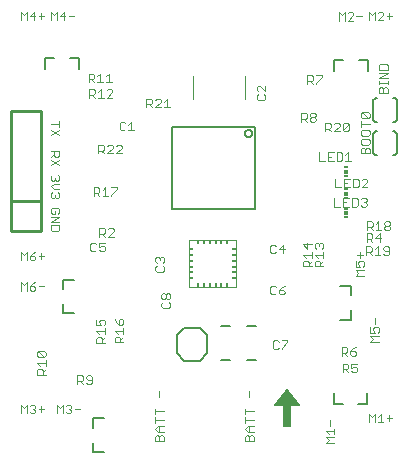
<source format=gto>
G75*
%MOIN*%
%OFA0B0*%
%FSLAX24Y24*%
%IPPOS*%
%LPD*%
%AMOC8*
5,1,8,0,0,1.08239X$1,22.5*
%
%ADD10C,0.0030*%
%ADD11C,0.0060*%
%ADD12C,0.0050*%
%ADD13R,0.0118X0.0059*%
%ADD14R,0.0118X0.0118*%
%ADD15C,0.0040*%
%ADD16C,0.0039*%
%ADD17R,0.0098X0.0157*%
%ADD18R,0.0157X0.0098*%
%ADD19C,0.0100*%
%ADD20C,0.0080*%
D10*
X000671Y001878D02*
X000671Y002169D01*
X000768Y002072D01*
X000865Y002169D01*
X000865Y001878D01*
X000966Y001927D02*
X001014Y001878D01*
X001111Y001878D01*
X001159Y001927D01*
X001159Y001975D01*
X001111Y002024D01*
X001063Y002024D01*
X001111Y002024D02*
X001159Y002072D01*
X001159Y002120D01*
X001111Y002169D01*
X001014Y002169D01*
X000966Y002120D01*
X001261Y002024D02*
X001454Y002024D01*
X001357Y002120D02*
X001357Y001927D01*
X001871Y001878D02*
X001871Y002169D01*
X001968Y002072D01*
X002065Y002169D01*
X002065Y001878D01*
X002166Y001927D02*
X002214Y001878D01*
X002311Y001878D01*
X002359Y001927D01*
X002359Y001975D01*
X002311Y002024D01*
X002263Y002024D01*
X002311Y002024D02*
X002359Y002072D01*
X002359Y002120D01*
X002311Y002169D01*
X002214Y002169D01*
X002166Y002120D01*
X002461Y002024D02*
X002654Y002024D01*
X002746Y002857D02*
X002649Y002954D01*
X002697Y002954D02*
X002552Y002954D01*
X002552Y002857D02*
X002552Y003148D01*
X002697Y003148D01*
X002746Y003099D01*
X002746Y003002D01*
X002697Y002954D01*
X002847Y002906D02*
X002895Y002857D01*
X002992Y002857D01*
X003040Y002906D01*
X003040Y003099D01*
X002992Y003148D01*
X002895Y003148D01*
X002847Y003099D01*
X002847Y003051D01*
X002895Y003002D01*
X003040Y003002D01*
X003189Y004225D02*
X003189Y004370D01*
X003238Y004418D01*
X003334Y004418D01*
X003383Y004370D01*
X003383Y004225D01*
X003383Y004321D02*
X003480Y004418D01*
X003480Y004519D02*
X003480Y004713D01*
X003480Y004616D02*
X003189Y004616D01*
X003286Y004519D01*
X003334Y004814D02*
X003189Y004814D01*
X003189Y005007D01*
X003286Y004959D02*
X003334Y005007D01*
X003431Y005007D01*
X003480Y004959D01*
X003480Y004862D01*
X003431Y004814D01*
X003334Y004814D02*
X003286Y004911D01*
X003286Y004959D01*
X003796Y005028D02*
X003845Y004931D01*
X003941Y004834D01*
X003941Y004979D01*
X003990Y005028D01*
X004038Y005028D01*
X004086Y004979D01*
X004086Y004883D01*
X004038Y004834D01*
X003941Y004834D01*
X004086Y004733D02*
X004086Y004539D01*
X004086Y004636D02*
X003796Y004636D01*
X003893Y004539D01*
X003845Y004438D02*
X003941Y004438D01*
X003990Y004390D01*
X003990Y004245D01*
X004086Y004245D02*
X003796Y004245D01*
X003796Y004390D01*
X003845Y004438D01*
X003990Y004342D02*
X004086Y004438D01*
X003480Y004225D02*
X003189Y004225D01*
X001498Y003910D02*
X001498Y003813D01*
X001450Y003765D01*
X001256Y003958D01*
X001450Y003958D01*
X001498Y003910D01*
X001450Y003765D02*
X001256Y003765D01*
X001208Y003813D01*
X001208Y003910D01*
X001256Y003958D01*
X001498Y003664D02*
X001498Y003470D01*
X001498Y003567D02*
X001208Y003567D01*
X001305Y003470D01*
X001353Y003369D02*
X001401Y003321D01*
X001401Y003176D01*
X001401Y003272D02*
X001498Y003369D01*
X001498Y003176D02*
X001208Y003176D01*
X001208Y003321D01*
X001256Y003369D01*
X001353Y003369D01*
X001111Y005977D02*
X001014Y005977D01*
X000966Y006026D01*
X000966Y006122D01*
X001111Y006122D01*
X001159Y006074D01*
X001159Y006026D01*
X001111Y005977D01*
X000966Y006122D02*
X001063Y006219D01*
X001159Y006268D01*
X001261Y006122D02*
X001454Y006122D01*
X000865Y006268D02*
X000865Y005977D01*
X000768Y006171D02*
X000865Y006268D01*
X000768Y006171D02*
X000671Y006268D01*
X000671Y005977D01*
X000671Y006983D02*
X000671Y007273D01*
X000768Y007176D01*
X000865Y007273D01*
X000865Y006983D01*
X000966Y007031D02*
X000966Y007128D01*
X001111Y007128D01*
X001159Y007079D01*
X001159Y007031D01*
X001111Y006983D01*
X001014Y006983D01*
X000966Y007031D01*
X000966Y007128D02*
X001063Y007225D01*
X001159Y007273D01*
X001261Y007128D02*
X001454Y007128D01*
X001357Y007225D02*
X001357Y007031D01*
X001713Y007952D02*
X001907Y007952D01*
X001955Y008001D01*
X001955Y008146D01*
X001665Y008146D01*
X001665Y008001D01*
X001713Y007952D01*
X001665Y008247D02*
X001955Y008247D01*
X001955Y008440D02*
X001665Y008247D01*
X001665Y008440D02*
X001955Y008440D01*
X001907Y008542D02*
X001955Y008590D01*
X001955Y008687D01*
X001907Y008735D01*
X001713Y008735D01*
X001665Y008687D01*
X001665Y008590D01*
X001713Y008542D01*
X001810Y008542D01*
X001810Y008638D01*
X001762Y009052D02*
X001713Y009052D01*
X001665Y009101D01*
X001665Y009197D01*
X001713Y009246D01*
X001762Y009347D02*
X001955Y009347D01*
X001907Y009246D02*
X001955Y009197D01*
X001955Y009101D01*
X001907Y009052D01*
X001858Y009052D01*
X001810Y009101D01*
X001762Y009052D01*
X001810Y009101D02*
X001810Y009149D01*
X001762Y009347D02*
X001665Y009444D01*
X001762Y009540D01*
X001955Y009540D01*
X001907Y009642D02*
X001858Y009642D01*
X001810Y009690D01*
X001762Y009642D01*
X001713Y009642D01*
X001665Y009690D01*
X001665Y009787D01*
X001713Y009835D01*
X001810Y009738D02*
X001810Y009690D01*
X001907Y009642D02*
X001955Y009690D01*
X001955Y009787D01*
X001907Y009835D01*
X001955Y010147D02*
X001665Y010340D01*
X001665Y010442D02*
X001762Y010538D01*
X001762Y010490D02*
X001762Y010635D01*
X001665Y010635D02*
X001955Y010635D01*
X001955Y010490D01*
X001907Y010442D01*
X001810Y010442D01*
X001762Y010490D01*
X001955Y010340D02*
X001665Y010147D01*
X001665Y011147D02*
X001955Y011340D01*
X001955Y011442D02*
X001955Y011635D01*
X001955Y011538D02*
X001665Y011538D01*
X001665Y011340D02*
X001955Y011147D01*
X002944Y012402D02*
X002944Y012693D01*
X003089Y012693D01*
X003137Y012644D01*
X003137Y012548D01*
X003089Y012499D01*
X002944Y012499D01*
X003040Y012499D02*
X003137Y012402D01*
X003238Y012402D02*
X003432Y012402D01*
X003335Y012402D02*
X003335Y012693D01*
X003238Y012596D01*
X003222Y012919D02*
X003416Y012919D01*
X003319Y012919D02*
X003319Y013209D01*
X003222Y013112D01*
X003121Y013064D02*
X003073Y013015D01*
X002928Y013015D01*
X003024Y013015D02*
X003121Y012919D01*
X003121Y013064D02*
X003121Y013160D01*
X003073Y013209D01*
X002928Y013209D01*
X002928Y012919D01*
X003517Y012919D02*
X003710Y012919D01*
X003614Y012919D02*
X003614Y013209D01*
X003517Y013112D01*
X003581Y012693D02*
X003533Y012644D01*
X003581Y012693D02*
X003678Y012693D01*
X003726Y012644D01*
X003726Y012596D01*
X003533Y012402D01*
X003726Y012402D01*
X004011Y011603D02*
X003963Y011554D01*
X003963Y011361D01*
X004011Y011312D01*
X004108Y011312D01*
X004156Y011361D01*
X004257Y011312D02*
X004451Y011312D01*
X004354Y011312D02*
X004354Y011603D01*
X004257Y011506D01*
X004156Y011554D02*
X004108Y011603D01*
X004011Y011603D01*
X003991Y010835D02*
X003894Y010835D01*
X003846Y010786D01*
X003745Y010786D02*
X003745Y010738D01*
X003551Y010545D01*
X003745Y010545D01*
X003846Y010545D02*
X004040Y010738D01*
X004040Y010786D01*
X003991Y010835D01*
X003745Y010786D02*
X003697Y010835D01*
X003600Y010835D01*
X003551Y010786D01*
X003450Y010786D02*
X003450Y010690D01*
X003402Y010641D01*
X003257Y010641D01*
X003257Y010545D02*
X003257Y010835D01*
X003402Y010835D01*
X003450Y010786D01*
X003353Y010641D02*
X003450Y010545D01*
X003846Y010545D02*
X004040Y010545D01*
X003882Y009418D02*
X003688Y009418D01*
X003882Y009418D02*
X003882Y009370D01*
X003688Y009176D01*
X003688Y009128D01*
X003587Y009128D02*
X003393Y009128D01*
X003490Y009128D02*
X003490Y009418D01*
X003393Y009321D01*
X003292Y009273D02*
X003292Y009370D01*
X003244Y009418D01*
X003099Y009418D01*
X003099Y009128D01*
X003099Y009224D02*
X003244Y009224D01*
X003292Y009273D01*
X003196Y009224D02*
X003292Y009128D01*
X003283Y008065D02*
X003428Y008065D01*
X003476Y008017D01*
X003476Y007920D01*
X003428Y007872D01*
X003283Y007872D01*
X003379Y007872D02*
X003476Y007775D01*
X003577Y007775D02*
X003771Y007969D01*
X003771Y008017D01*
X003722Y008065D01*
X003626Y008065D01*
X003577Y008017D01*
X003577Y007775D02*
X003771Y007775D01*
X003476Y007571D02*
X003282Y007571D01*
X003282Y007426D01*
X003379Y007474D01*
X003427Y007474D01*
X003476Y007426D01*
X003476Y007329D01*
X003427Y007281D01*
X003331Y007281D01*
X003282Y007329D01*
X003181Y007329D02*
X003133Y007281D01*
X003036Y007281D01*
X002988Y007329D01*
X002988Y007523D01*
X003036Y007571D01*
X003133Y007571D01*
X003181Y007523D01*
X003283Y007775D02*
X003283Y008065D01*
X005155Y007049D02*
X005204Y007097D01*
X005252Y007097D01*
X005300Y007049D01*
X005349Y007097D01*
X005397Y007097D01*
X005445Y007049D01*
X005445Y006952D01*
X005397Y006904D01*
X005397Y006803D02*
X005445Y006754D01*
X005445Y006657D01*
X005397Y006609D01*
X005204Y006609D01*
X005155Y006657D01*
X005155Y006754D01*
X005204Y006803D01*
X005204Y006904D02*
X005155Y006952D01*
X005155Y007049D01*
X005300Y007049D02*
X005300Y007000D01*
X005402Y005885D02*
X005450Y005885D01*
X005499Y005836D01*
X005499Y005740D01*
X005450Y005691D01*
X005402Y005691D01*
X005353Y005740D01*
X005353Y005836D01*
X005402Y005885D01*
X005499Y005836D02*
X005547Y005885D01*
X005595Y005885D01*
X005644Y005836D01*
X005644Y005740D01*
X005595Y005691D01*
X005547Y005691D01*
X005499Y005740D01*
X005595Y005590D02*
X005644Y005542D01*
X005644Y005445D01*
X005595Y005396D01*
X005402Y005396D01*
X005353Y005445D01*
X005353Y005542D01*
X005402Y005590D01*
X005290Y002632D02*
X005290Y002438D01*
X005145Y002042D02*
X005145Y001849D01*
X005145Y001946D02*
X005435Y001946D01*
X005435Y001651D02*
X005145Y001651D01*
X005145Y001554D02*
X005145Y001748D01*
X005242Y001453D02*
X005435Y001453D01*
X005290Y001453D02*
X005290Y001260D01*
X005242Y001260D02*
X005145Y001356D01*
X005242Y001453D01*
X005242Y001260D02*
X005435Y001260D01*
X005387Y001158D02*
X005435Y001110D01*
X005435Y000965D01*
X005145Y000965D01*
X005145Y001110D01*
X005193Y001158D01*
X005242Y001158D01*
X005290Y001110D01*
X005290Y000965D01*
X005290Y001110D02*
X005338Y001158D01*
X005387Y001158D01*
X008145Y001110D02*
X008193Y001158D01*
X008242Y001158D01*
X008290Y001110D01*
X008290Y000965D01*
X008435Y000965D02*
X008435Y001110D01*
X008387Y001158D01*
X008338Y001158D01*
X008290Y001110D01*
X008290Y001260D02*
X008290Y001453D01*
X008242Y001453D02*
X008435Y001453D01*
X008435Y001651D02*
X008145Y001651D01*
X008145Y001554D02*
X008145Y001748D01*
X008145Y001849D02*
X008145Y002042D01*
X008145Y001946D02*
X008435Y001946D01*
X008290Y002438D02*
X008290Y002632D01*
X008242Y001453D02*
X008145Y001356D01*
X008242Y001260D01*
X008435Y001260D01*
X008435Y000965D02*
X008145Y000965D01*
X008145Y001110D01*
X009116Y004025D02*
X009068Y004074D01*
X009068Y004267D01*
X009116Y004315D01*
X009213Y004315D01*
X009261Y004267D01*
X009362Y004315D02*
X009556Y004315D01*
X009556Y004267D01*
X009362Y004074D01*
X009362Y004025D01*
X009261Y004074D02*
X009213Y004025D01*
X009116Y004025D01*
X009128Y005844D02*
X009032Y005844D01*
X008983Y005892D01*
X008983Y006086D01*
X009032Y006134D01*
X009128Y006134D01*
X009177Y006086D01*
X009278Y005989D02*
X009278Y005892D01*
X009326Y005844D01*
X009423Y005844D01*
X009471Y005892D01*
X009471Y005941D01*
X009423Y005989D01*
X009278Y005989D01*
X009375Y006086D01*
X009471Y006134D01*
X009177Y005892D02*
X009128Y005844D01*
X010075Y006780D02*
X010075Y006926D01*
X010123Y006974D01*
X010220Y006974D01*
X010268Y006926D01*
X010268Y006780D01*
X010365Y006780D02*
X010075Y006780D01*
X010268Y006877D02*
X010365Y006974D01*
X010365Y007075D02*
X010365Y007269D01*
X010365Y007172D02*
X010075Y007172D01*
X010172Y007075D01*
X010220Y007370D02*
X010220Y007563D01*
X010075Y007515D02*
X010220Y007370D01*
X010365Y007515D02*
X010075Y007515D01*
X010465Y007512D02*
X010514Y007561D01*
X010562Y007561D01*
X010610Y007512D01*
X010659Y007561D01*
X010707Y007561D01*
X010755Y007512D01*
X010755Y007416D01*
X010707Y007367D01*
X010755Y007266D02*
X010755Y007073D01*
X010755Y007169D02*
X010465Y007169D01*
X010562Y007073D01*
X010514Y006971D02*
X010610Y006971D01*
X010659Y006923D01*
X010659Y006778D01*
X010755Y006778D02*
X010465Y006778D01*
X010465Y006923D01*
X010514Y006971D01*
X010659Y006875D02*
X010755Y006971D01*
X010514Y007367D02*
X010465Y007416D01*
X010465Y007512D01*
X010610Y007512D02*
X010610Y007464D01*
X011116Y008775D02*
X011309Y008775D01*
X011410Y008775D02*
X011604Y008775D01*
X011705Y008775D02*
X011850Y008775D01*
X011898Y008824D01*
X011898Y009017D01*
X011850Y009065D01*
X011705Y009065D01*
X011705Y008775D01*
X011507Y008920D02*
X011410Y008920D01*
X011410Y009065D02*
X011410Y008775D01*
X011410Y009065D02*
X011604Y009065D01*
X011637Y009413D02*
X011443Y009413D01*
X011443Y009704D01*
X011637Y009704D01*
X011738Y009704D02*
X011883Y009704D01*
X011932Y009655D01*
X011932Y009462D01*
X011883Y009413D01*
X011738Y009413D01*
X011738Y009704D01*
X011540Y009558D02*
X011443Y009558D01*
X011342Y009413D02*
X011149Y009413D01*
X011149Y009704D01*
X011195Y010295D02*
X011340Y010295D01*
X011388Y010344D01*
X011388Y010537D01*
X011340Y010586D01*
X011195Y010586D01*
X011195Y010295D01*
X011094Y010295D02*
X010900Y010295D01*
X010900Y010586D01*
X011094Y010586D01*
X010997Y010440D02*
X010900Y010440D01*
X010799Y010295D02*
X010606Y010295D01*
X010606Y010586D01*
X010811Y011278D02*
X010811Y011568D01*
X010956Y011568D01*
X011004Y011519D01*
X011004Y011423D01*
X010956Y011374D01*
X010811Y011374D01*
X010908Y011374D02*
X011004Y011278D01*
X011106Y011278D02*
X011299Y011471D01*
X011299Y011519D01*
X011251Y011568D01*
X011154Y011568D01*
X011106Y011519D01*
X011106Y011278D02*
X011299Y011278D01*
X011400Y011326D02*
X011594Y011519D01*
X011594Y011326D01*
X011545Y011278D01*
X011449Y011278D01*
X011400Y011326D01*
X011400Y011519D01*
X011449Y011568D01*
X011545Y011568D01*
X011594Y011519D01*
X012005Y011529D02*
X012296Y011529D01*
X012247Y011331D02*
X012054Y011331D01*
X012005Y011283D01*
X012005Y011186D01*
X012054Y011138D01*
X012247Y011138D01*
X012296Y011186D01*
X012296Y011283D01*
X012247Y011331D01*
X012005Y011432D02*
X012005Y011626D01*
X012054Y011727D02*
X012005Y011775D01*
X012005Y011872D01*
X012054Y011921D01*
X012247Y011727D01*
X012296Y011775D01*
X012296Y011872D01*
X012247Y011921D01*
X012054Y011921D01*
X012054Y011727D02*
X012247Y011727D01*
X012247Y011037D02*
X012054Y011037D01*
X012005Y010988D01*
X012005Y010891D01*
X012054Y010843D01*
X012247Y010843D01*
X012296Y010891D01*
X012296Y010988D01*
X012247Y011037D01*
X012247Y010742D02*
X012199Y010742D01*
X012151Y010694D01*
X012151Y010548D01*
X012296Y010548D02*
X012296Y010694D01*
X012247Y010742D01*
X012151Y010694D02*
X012102Y010742D01*
X012054Y010742D01*
X012005Y010694D01*
X012005Y010548D01*
X012296Y010548D01*
X011683Y010295D02*
X011490Y010295D01*
X011586Y010295D02*
X011586Y010586D01*
X011490Y010489D01*
X012081Y009704D02*
X012033Y009655D01*
X012081Y009704D02*
X012178Y009704D01*
X012226Y009655D01*
X012226Y009607D01*
X012033Y009413D01*
X012226Y009413D01*
X012145Y009065D02*
X012048Y009065D01*
X012000Y009017D01*
X012096Y008920D02*
X012145Y008920D01*
X012193Y008872D01*
X012193Y008824D01*
X012145Y008775D01*
X012048Y008775D01*
X012000Y008824D01*
X012145Y008920D02*
X012193Y008969D01*
X012193Y009017D01*
X012145Y009065D01*
X012200Y008283D02*
X012345Y008283D01*
X012394Y008234D01*
X012394Y008138D01*
X012345Y008089D01*
X012200Y008089D01*
X012200Y007993D02*
X012200Y008283D01*
X012297Y008089D02*
X012394Y007993D01*
X012495Y007993D02*
X012688Y007993D01*
X012591Y007993D02*
X012591Y008283D01*
X012495Y008186D01*
X012789Y008186D02*
X012838Y008138D01*
X012934Y008138D01*
X012983Y008089D01*
X012983Y008041D01*
X012934Y007993D01*
X012838Y007993D01*
X012789Y008041D01*
X012789Y008089D01*
X012838Y008138D01*
X012789Y008186D02*
X012789Y008234D01*
X012838Y008283D01*
X012934Y008283D01*
X012983Y008234D01*
X012983Y008186D01*
X012934Y008138D01*
X012636Y007881D02*
X012491Y007736D01*
X012684Y007736D01*
X012636Y007591D02*
X012636Y007881D01*
X012390Y007833D02*
X012390Y007736D01*
X012341Y007688D01*
X012196Y007688D01*
X012293Y007688D02*
X012390Y007591D01*
X012313Y007445D02*
X012362Y007396D01*
X012362Y007300D01*
X012313Y007251D01*
X012168Y007251D01*
X012168Y007155D02*
X012168Y007445D01*
X012313Y007445D01*
X012463Y007348D02*
X012560Y007445D01*
X012560Y007155D01*
X012656Y007155D02*
X012463Y007155D01*
X012362Y007155D02*
X012265Y007251D01*
X012070Y007157D02*
X011877Y007157D01*
X011973Y007061D02*
X011973Y007254D01*
X011973Y006959D02*
X011925Y006911D01*
X011925Y006863D01*
X011973Y006766D01*
X011828Y006766D01*
X011828Y006959D01*
X011973Y006959D02*
X012070Y006959D01*
X012118Y006911D01*
X012118Y006814D01*
X012070Y006766D01*
X012118Y006665D02*
X011828Y006665D01*
X011925Y006568D01*
X011828Y006471D01*
X012118Y006471D01*
X012806Y007155D02*
X012758Y007203D01*
X012806Y007155D02*
X012903Y007155D01*
X012951Y007203D01*
X012951Y007396D01*
X012903Y007445D01*
X012806Y007445D01*
X012758Y007396D01*
X012758Y007348D01*
X012806Y007300D01*
X012951Y007300D01*
X012390Y007833D02*
X012341Y007881D01*
X012196Y007881D01*
X012196Y007591D01*
X011116Y008775D02*
X011116Y009065D01*
X009421Y007502D02*
X009421Y007211D01*
X009469Y007356D02*
X009276Y007356D01*
X009421Y007502D01*
X009175Y007453D02*
X009126Y007502D01*
X009029Y007502D01*
X008981Y007453D01*
X008981Y007260D01*
X009029Y007211D01*
X009126Y007211D01*
X009175Y007260D01*
X011360Y004094D02*
X011505Y004094D01*
X011554Y004045D01*
X011554Y003949D01*
X011505Y003900D01*
X011360Y003900D01*
X011360Y003804D02*
X011360Y004094D01*
X011457Y003900D02*
X011554Y003804D01*
X011655Y003852D02*
X011703Y003804D01*
X011800Y003804D01*
X011848Y003852D01*
X011848Y003900D01*
X011800Y003949D01*
X011655Y003949D01*
X011655Y003852D01*
X011655Y003949D02*
X011752Y004045D01*
X011848Y004094D01*
X012325Y004271D02*
X012422Y004368D01*
X012325Y004465D01*
X012615Y004465D01*
X012567Y004566D02*
X012615Y004614D01*
X012615Y004711D01*
X012567Y004759D01*
X012470Y004759D01*
X012422Y004711D01*
X012422Y004663D01*
X012470Y004566D01*
X012325Y004566D01*
X012325Y004759D01*
X012470Y004861D02*
X012470Y005054D01*
X012615Y004271D02*
X012325Y004271D01*
X011882Y003540D02*
X011688Y003540D01*
X011688Y003395D01*
X011785Y003443D01*
X011833Y003443D01*
X011882Y003395D01*
X011882Y003298D01*
X011833Y003250D01*
X011737Y003250D01*
X011688Y003298D01*
X011587Y003250D02*
X011490Y003346D01*
X011539Y003346D02*
X011393Y003346D01*
X011393Y003250D02*
X011393Y003540D01*
X011539Y003540D01*
X011587Y003491D01*
X011587Y003395D01*
X011539Y003346D01*
X012271Y001869D02*
X012367Y001772D01*
X012464Y001869D01*
X012464Y001578D01*
X012565Y001578D02*
X012759Y001578D01*
X012662Y001578D02*
X012662Y001869D01*
X012565Y001772D01*
X012860Y001724D02*
X013053Y001724D01*
X012957Y001820D02*
X012957Y001627D01*
X012271Y001578D02*
X012271Y001869D01*
X011122Y001375D02*
X011122Y001182D01*
X011122Y001278D02*
X010831Y001278D01*
X010928Y001182D01*
X010831Y001081D02*
X011122Y001081D01*
X011122Y000887D02*
X010831Y000887D01*
X010928Y000984D01*
X010831Y001081D01*
X010976Y001476D02*
X010976Y001670D01*
X010454Y011607D02*
X010357Y011607D01*
X010309Y011655D01*
X010309Y011703D01*
X010357Y011752D01*
X010454Y011752D01*
X010503Y011703D01*
X010503Y011655D01*
X010454Y011607D01*
X010454Y011752D02*
X010503Y011800D01*
X010503Y011849D01*
X010454Y011897D01*
X010357Y011897D01*
X010309Y011849D01*
X010309Y011800D01*
X010357Y011752D01*
X010208Y011752D02*
X010160Y011703D01*
X010014Y011703D01*
X010014Y011607D02*
X010014Y011897D01*
X010160Y011897D01*
X010208Y011849D01*
X010208Y011752D01*
X010111Y011703D02*
X010208Y011607D01*
X010223Y012862D02*
X010223Y013152D01*
X010368Y013152D01*
X010417Y013103D01*
X010417Y013007D01*
X010368Y012958D01*
X010223Y012958D01*
X010320Y012958D02*
X010417Y012862D01*
X010518Y012862D02*
X010518Y012910D01*
X010711Y013103D01*
X010711Y013152D01*
X010518Y013152D01*
X011267Y014975D02*
X011267Y015266D01*
X011363Y015169D01*
X011460Y015266D01*
X011460Y014975D01*
X011561Y014975D02*
X011755Y015169D01*
X011755Y015217D01*
X011706Y015266D01*
X011610Y015266D01*
X011561Y015217D01*
X011561Y014975D02*
X011755Y014975D01*
X011856Y015120D02*
X012049Y015120D01*
X012271Y014979D02*
X012271Y015270D01*
X012368Y015173D01*
X012465Y015270D01*
X012465Y014979D01*
X012566Y014979D02*
X012759Y015173D01*
X012759Y015221D01*
X012711Y015270D01*
X012614Y015270D01*
X012566Y015221D01*
X012566Y014979D02*
X012759Y014979D01*
X012861Y015125D02*
X013054Y015125D01*
X012957Y015221D02*
X012957Y015028D01*
X012847Y013534D02*
X012654Y013534D01*
X012605Y013486D01*
X012605Y013341D01*
X012896Y013341D01*
X012896Y013486D01*
X012847Y013534D01*
X012896Y013239D02*
X012605Y013239D01*
X012605Y013046D02*
X012896Y013239D01*
X012896Y013046D02*
X012605Y013046D01*
X012605Y012946D02*
X012605Y012849D01*
X012605Y012898D02*
X012896Y012898D01*
X012896Y012946D02*
X012896Y012849D01*
X012847Y012748D02*
X012896Y012700D01*
X012896Y012555D01*
X012605Y012555D01*
X012605Y012700D01*
X012654Y012748D01*
X012702Y012748D01*
X012751Y012700D01*
X012751Y012555D01*
X012751Y012700D02*
X012799Y012748D01*
X012847Y012748D01*
X008821Y012809D02*
X008821Y012616D01*
X008628Y012809D01*
X008579Y012809D01*
X008531Y012761D01*
X008531Y012664D01*
X008579Y012616D01*
X008579Y012515D02*
X008531Y012466D01*
X008531Y012370D01*
X008579Y012321D01*
X008773Y012321D01*
X008821Y012370D01*
X008821Y012466D01*
X008773Y012515D01*
X005640Y012081D02*
X005446Y012081D01*
X005543Y012081D02*
X005543Y012371D01*
X005446Y012275D01*
X005345Y012275D02*
X005345Y012323D01*
X005297Y012371D01*
X005200Y012371D01*
X005152Y012323D01*
X005051Y012323D02*
X005051Y012226D01*
X005002Y012178D01*
X004857Y012178D01*
X004954Y012178D02*
X005051Y012081D01*
X005152Y012081D02*
X005345Y012275D01*
X005345Y012081D02*
X005152Y012081D01*
X005051Y012323D02*
X005002Y012371D01*
X004857Y012371D01*
X004857Y012081D01*
X002454Y015124D02*
X002261Y015124D01*
X002159Y015124D02*
X001966Y015124D01*
X002111Y015269D01*
X002111Y014978D01*
X001865Y014978D02*
X001865Y015269D01*
X001768Y015172D01*
X001671Y015269D01*
X001671Y014978D01*
X001454Y015124D02*
X001261Y015124D01*
X001159Y015124D02*
X000966Y015124D01*
X001111Y015269D01*
X001111Y014978D01*
X001357Y015027D02*
X001357Y015220D01*
X000865Y015269D02*
X000865Y014978D01*
X000768Y015172D02*
X000865Y015269D01*
X000768Y015172D02*
X000671Y015269D01*
X000671Y014978D01*
D11*
X001486Y013742D02*
X001787Y013742D01*
X001486Y013742D02*
X001486Y013364D01*
X002295Y013742D02*
X002606Y013742D01*
X002606Y013364D01*
X002459Y006335D02*
X002081Y006335D01*
X002081Y006024D01*
X002081Y005516D02*
X002081Y005215D01*
X002459Y005215D01*
X003075Y001712D02*
X003075Y001401D01*
X003075Y001712D02*
X003453Y001712D01*
X003075Y000893D02*
X003075Y000592D01*
X003453Y000592D01*
X009150Y002150D02*
X009550Y002650D01*
X009950Y002150D01*
X009650Y002150D01*
X009650Y001450D01*
X009450Y001450D01*
X009450Y002150D01*
X009150Y002150D01*
X009194Y002205D02*
X009906Y002205D01*
X009859Y002264D02*
X009241Y002264D01*
X009288Y002322D02*
X009812Y002322D01*
X009766Y002381D02*
X009334Y002381D01*
X009381Y002439D02*
X009719Y002439D01*
X009672Y002498D02*
X009428Y002498D01*
X009475Y002556D02*
X009625Y002556D01*
X009578Y002615D02*
X009522Y002615D01*
X009450Y002147D02*
X009650Y002147D01*
X009650Y002088D02*
X009450Y002088D01*
X009450Y002030D02*
X009650Y002030D01*
X009650Y001971D02*
X009450Y001971D01*
X009450Y001913D02*
X009650Y001913D01*
X009650Y001854D02*
X009450Y001854D01*
X009450Y001796D02*
X009650Y001796D01*
X009650Y001737D02*
X009450Y001737D01*
X009450Y001679D02*
X009650Y001679D01*
X009650Y001620D02*
X009450Y001620D01*
X009450Y001562D02*
X009650Y001562D01*
X009650Y001503D02*
X009450Y001503D01*
X011094Y002181D02*
X011405Y002181D01*
X011094Y002181D02*
X011094Y002559D01*
X011913Y002181D02*
X012214Y002181D01*
X012214Y002559D01*
X011690Y005006D02*
X011311Y005006D01*
X011690Y005006D02*
X011690Y005317D01*
X011690Y005825D02*
X011690Y006126D01*
X011311Y006126D01*
X011118Y013297D02*
X011118Y013675D01*
X011419Y013675D01*
X011927Y013675D02*
X012238Y013675D01*
X012238Y013297D01*
D12*
X008476Y011434D02*
X008476Y011352D01*
X008476Y011348D02*
X008476Y008678D01*
X005720Y008678D01*
X005720Y011434D01*
X008476Y011434D01*
X008131Y011214D02*
X008133Y011236D01*
X008139Y011257D01*
X008148Y011276D01*
X008161Y011294D01*
X008177Y011309D01*
X008195Y011321D01*
X008215Y011329D01*
X008236Y011334D01*
X008257Y011335D01*
X008279Y011332D01*
X008300Y011325D01*
X008319Y011315D01*
X008336Y011301D01*
X008350Y011285D01*
X008361Y011266D01*
X008369Y011246D01*
X008373Y011225D01*
X008373Y011203D01*
X008369Y011182D01*
X008361Y011162D01*
X008350Y011143D01*
X008336Y011127D01*
X008319Y011113D01*
X008300Y011103D01*
X008279Y011096D01*
X008257Y011093D01*
X008236Y011094D01*
X008215Y011099D01*
X008195Y011107D01*
X008177Y011119D01*
X008161Y011134D01*
X008148Y011152D01*
X008139Y011171D01*
X008133Y011192D01*
X008131Y011214D01*
X006639Y004733D02*
X006115Y004733D01*
X005865Y004483D01*
X005865Y003881D01*
X006115Y003631D01*
X006639Y003631D01*
X006889Y003881D01*
X006889Y004483D01*
X006639Y004733D01*
D13*
X011510Y008413D03*
X011510Y008708D03*
X011493Y009051D03*
X011493Y009346D03*
X011500Y009783D03*
X011500Y010078D03*
D14*
X011500Y009930D03*
X011493Y009198D03*
X011510Y008560D03*
D15*
X008155Y012367D02*
X008155Y013115D01*
X006423Y013115D02*
X006423Y012367D01*
D16*
X006275Y007663D02*
X007850Y007663D01*
X007850Y006088D01*
X006275Y006088D01*
X006275Y007663D01*
D17*
X006570Y007584D03*
X006767Y007584D03*
X006964Y007584D03*
X007161Y007584D03*
X007358Y007584D03*
X007555Y007584D03*
X007555Y006167D03*
X007358Y006167D03*
X007161Y006167D03*
X006964Y006167D03*
X006767Y006167D03*
X006570Y006167D03*
D18*
X006354Y006383D03*
X006354Y006580D03*
X006354Y006777D03*
X006354Y006974D03*
X006354Y007170D03*
X006354Y007367D03*
X007771Y007367D03*
X007771Y007170D03*
X007771Y006974D03*
X007771Y006777D03*
X007771Y006580D03*
X007771Y006383D03*
D19*
X001350Y007950D02*
X001350Y011950D01*
X000350Y011950D01*
X000350Y008950D01*
X001350Y008950D01*
X001350Y007950D02*
X000350Y007950D01*
X000350Y008950D01*
D20*
X007344Y004806D02*
X007631Y004806D01*
X008219Y004806D02*
X008506Y004806D01*
X008506Y003645D02*
X008219Y003645D01*
X007631Y003645D02*
X007344Y003645D01*
X012417Y010576D02*
X012417Y011206D01*
X012423Y011224D01*
X012432Y011242D01*
X012444Y011257D01*
X012460Y011269D01*
X012477Y011278D01*
X012496Y011284D01*
X012515Y011286D01*
X012535Y011284D01*
X012417Y011682D02*
X012417Y012312D01*
X012417Y012313D02*
X012423Y012331D01*
X012432Y012349D01*
X012444Y012364D01*
X012460Y012376D01*
X012477Y012385D01*
X012496Y012391D01*
X012515Y012393D01*
X012535Y012391D01*
X013086Y012391D02*
X013104Y012393D01*
X013121Y012392D01*
X013138Y012388D01*
X013154Y012381D01*
X013169Y012371D01*
X013181Y012359D01*
X013191Y012345D01*
X013199Y012329D01*
X013204Y012313D01*
X013204Y012312D02*
X013204Y011682D01*
X013199Y011666D01*
X013191Y011650D01*
X013181Y011636D01*
X013169Y011624D01*
X013154Y011614D01*
X013138Y011607D01*
X013121Y011603D01*
X013104Y011602D01*
X013086Y011604D01*
X013204Y011206D02*
X013204Y010576D01*
X013199Y010560D01*
X013191Y010544D01*
X013181Y010530D01*
X013169Y010518D01*
X013154Y010508D01*
X013138Y010501D01*
X013121Y010497D01*
X013104Y010496D01*
X013086Y010498D01*
X012535Y010498D02*
X012515Y010496D01*
X012496Y010498D01*
X012477Y010504D01*
X012460Y010513D01*
X012444Y010525D01*
X012432Y010540D01*
X012423Y010558D01*
X012417Y010576D01*
X013086Y011284D02*
X013104Y011286D01*
X013121Y011285D01*
X013138Y011281D01*
X013154Y011274D01*
X013169Y011264D01*
X013181Y011252D01*
X013191Y011238D01*
X013199Y011222D01*
X013204Y011206D01*
X012535Y011604D02*
X012515Y011602D01*
X012496Y011604D01*
X012477Y011610D01*
X012460Y011619D01*
X012444Y011631D01*
X012432Y011646D01*
X012423Y011664D01*
X012417Y011682D01*
M02*

</source>
